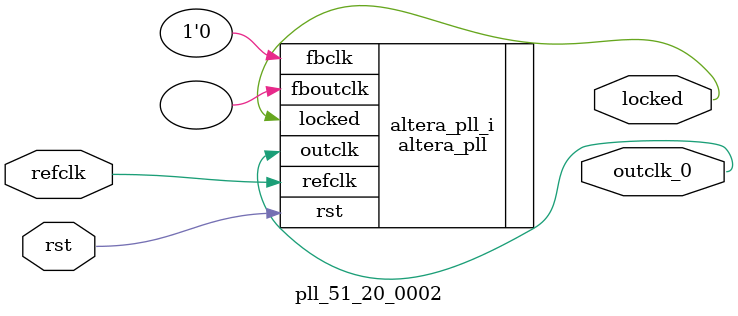
<source format=v>
`timescale 1ns/10ps
module  pll_51_20_0002(

	// interface 'refclk'
	input wire refclk,

	// interface 'reset'
	input wire rst,

	// interface 'outclk0'
	output wire outclk_0,

	// interface 'locked'
	output wire locked
);

	altera_pll #(
		.fractional_vco_multiplier("false"),
		.reference_clock_frequency("50.0 MHz"),
		.operation_mode("direct"),
		.number_of_clocks(1),
		.output_clock_frequency0("51.200000 MHz"),
		.phase_shift0("0 ps"),
		.duty_cycle0(50),
		.output_clock_frequency1("0 MHz"),
		.phase_shift1("0 ps"),
		.duty_cycle1(50),
		.output_clock_frequency2("0 MHz"),
		.phase_shift2("0 ps"),
		.duty_cycle2(50),
		.output_clock_frequency3("0 MHz"),
		.phase_shift3("0 ps"),
		.duty_cycle3(50),
		.output_clock_frequency4("0 MHz"),
		.phase_shift4("0 ps"),
		.duty_cycle4(50),
		.output_clock_frequency5("0 MHz"),
		.phase_shift5("0 ps"),
		.duty_cycle5(50),
		.output_clock_frequency6("0 MHz"),
		.phase_shift6("0 ps"),
		.duty_cycle6(50),
		.output_clock_frequency7("0 MHz"),
		.phase_shift7("0 ps"),
		.duty_cycle7(50),
		.output_clock_frequency8("0 MHz"),
		.phase_shift8("0 ps"),
		.duty_cycle8(50),
		.output_clock_frequency9("0 MHz"),
		.phase_shift9("0 ps"),
		.duty_cycle9(50),
		.output_clock_frequency10("0 MHz"),
		.phase_shift10("0 ps"),
		.duty_cycle10(50),
		.output_clock_frequency11("0 MHz"),
		.phase_shift11("0 ps"),
		.duty_cycle11(50),
		.output_clock_frequency12("0 MHz"),
		.phase_shift12("0 ps"),
		.duty_cycle12(50),
		.output_clock_frequency13("0 MHz"),
		.phase_shift13("0 ps"),
		.duty_cycle13(50),
		.output_clock_frequency14("0 MHz"),
		.phase_shift14("0 ps"),
		.duty_cycle14(50),
		.output_clock_frequency15("0 MHz"),
		.phase_shift15("0 ps"),
		.duty_cycle15(50),
		.output_clock_frequency16("0 MHz"),
		.phase_shift16("0 ps"),
		.duty_cycle16(50),
		.output_clock_frequency17("0 MHz"),
		.phase_shift17("0 ps"),
		.duty_cycle17(50),
		.pll_type("General"),
		.pll_subtype("General")
	) altera_pll_i (
		.rst	(rst),
		.outclk	({outclk_0}),
		.locked	(locked),
		.fboutclk	( ),
		.fbclk	(1'b0),
		.refclk	(refclk)
	);
endmodule


</source>
